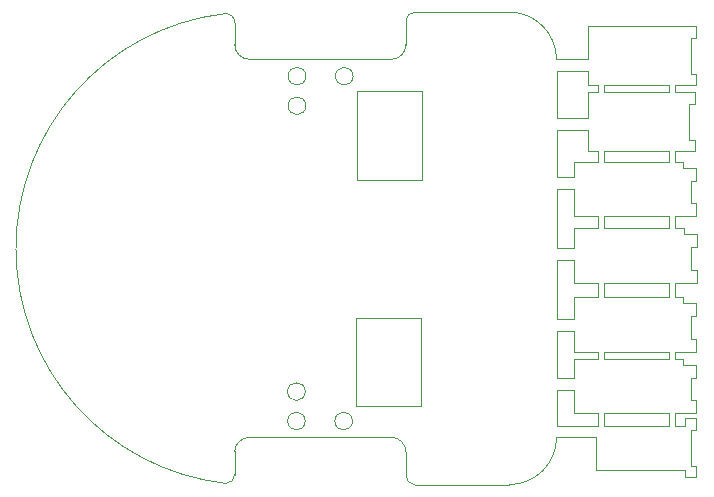
<source format=gbr>
%TF.GenerationSoftware,KiCad,Pcbnew,6.0.7-f9a2dced07~116~ubuntu20.04.1*%
%TF.CreationDate,2022-08-31T01:14:59+05:30*%
%TF.ProjectId,mushak_pcb,6d757368-616b-45f7-9063-622e6b696361,rev?*%
%TF.SameCoordinates,Original*%
%TF.FileFunction,Profile,NP*%
%FSLAX46Y46*%
G04 Gerber Fmt 4.6, Leading zero omitted, Abs format (unit mm)*
G04 Created by KiCad (PCBNEW 6.0.7-f9a2dced07~116~ubuntu20.04.1) date 2022-08-31 01:14:59*
%MOMM*%
%LPD*%
G01*
G04 APERTURE LIST*
%TA.AperFunction,Profile*%
%ADD10C,0.100000*%
%TD*%
%TA.AperFunction,Profile*%
%ADD11C,0.120000*%
%TD*%
G04 APERTURE END LIST*
D10*
X194000000Y-91000000D02*
X195500000Y-91000000D01*
X194000000Y-86000000D02*
X194000000Y-82000000D01*
X204050000Y-83800000D02*
X205750000Y-83800000D01*
X195450000Y-99900000D02*
X197550000Y-99900000D01*
X195500000Y-109000000D02*
X195500000Y-110950000D01*
X204850000Y-115800000D02*
X197350000Y-115800000D01*
X195500000Y-94300000D02*
X197550000Y-94300000D01*
X204800000Y-95800000D02*
X204800000Y-95250000D01*
X194000000Y-108000000D02*
X195500000Y-108000000D01*
X190000000Y-117000000D02*
X182000000Y-117000000D01*
X168000000Y-81000000D02*
X180000000Y-81000000D01*
X205350000Y-107950000D02*
X205350000Y-109850000D01*
X194000000Y-103000000D02*
X194000000Y-98000000D01*
X205350000Y-109850000D02*
X205850000Y-109850000D01*
X194000000Y-81000000D02*
X196650000Y-81000000D01*
X197350000Y-112000000D02*
X197550000Y-112000000D01*
X205850000Y-102750000D02*
X205850000Y-101650000D01*
X197550000Y-99900000D02*
X197550000Y-101150000D01*
X205850000Y-91300000D02*
X205850000Y-90200000D01*
X205350000Y-82200000D02*
X205350000Y-79200000D01*
X166750000Y-116150000D02*
X166750000Y-114200000D01*
X204050000Y-88800000D02*
X204050000Y-89650000D01*
X205850000Y-83200000D02*
X205850000Y-82200000D01*
X204750000Y-90200000D02*
X204750000Y-89700000D01*
X194000000Y-108000000D02*
X194000000Y-104000000D01*
X198050000Y-106350000D02*
X203550000Y-106350000D01*
X182000000Y-77000000D02*
G75*
G03*
X181250000Y-77750000I0J-750000D01*
G01*
X205900000Y-99900000D02*
X205900000Y-98800000D01*
X204750000Y-106850000D02*
X204750000Y-106350000D01*
X205850000Y-107950000D02*
X205350000Y-107950000D01*
X204050000Y-101150000D02*
X204750000Y-101150000D01*
X205350000Y-79200000D02*
X205850000Y-79200000D01*
X181250000Y-79750000D02*
X181250000Y-77750000D01*
X190000000Y-117000000D02*
G75*
G03*
X194000000Y-113000000I0J4000000D01*
G01*
X194000000Y-91975000D02*
X195500000Y-91975000D01*
X198050000Y-83200000D02*
X198050000Y-83800000D01*
X195450000Y-105750000D02*
X197550000Y-105750000D01*
X181250000Y-114250000D02*
G75*
G03*
X180000000Y-113000000I-1250000J0D01*
G01*
X196650000Y-88800000D02*
X197550000Y-88800000D01*
X204800000Y-99900000D02*
X205900000Y-99900000D01*
X204050000Y-95250000D02*
X204800000Y-95250000D01*
X204750000Y-101150000D02*
X204750000Y-101200000D01*
X203550000Y-88800000D02*
X198050000Y-88800000D01*
X205900000Y-95800000D02*
X204800000Y-95800000D01*
X197550000Y-88800000D02*
X197550000Y-89650000D01*
X205350000Y-104650000D02*
X205350000Y-102750000D01*
X205850000Y-79200000D02*
X205850000Y-78200000D01*
X194000000Y-81000000D02*
G75*
G03*
X190000000Y-77000000I-4000000J0D01*
G01*
X205850000Y-104650000D02*
X205350000Y-104650000D01*
X194000000Y-112000000D02*
X197350000Y-112000000D01*
X204050000Y-105750000D02*
X204050000Y-106350000D01*
X205850000Y-90200000D02*
X204750000Y-90200000D01*
X180000000Y-81000000D02*
G75*
G03*
X181250000Y-79750000I0J1250000D01*
G01*
X195450000Y-98000000D02*
X195450000Y-99900000D01*
X198050000Y-112000000D02*
X203550000Y-112000000D01*
X197550000Y-110950000D02*
X197550000Y-112000000D01*
X194000000Y-97000000D02*
X195450000Y-97000000D01*
X196650000Y-83800000D02*
X196650000Y-86000000D01*
X204050000Y-110950000D02*
X205850000Y-110950000D01*
X203550000Y-99900000D02*
X203550000Y-101150000D01*
X195500000Y-91975000D02*
X195500000Y-94300000D01*
X166750000Y-79750000D02*
X166750000Y-77880330D01*
X195500000Y-106350000D02*
X197550000Y-106350000D01*
X196650000Y-82000000D02*
X196650000Y-83200000D01*
X194000000Y-97000000D02*
X194000000Y-91975000D01*
X205850000Y-106850000D02*
X204750000Y-106850000D01*
X204850000Y-112000000D02*
X204850000Y-111400000D01*
X165900000Y-77130331D02*
G75*
G03*
X166000000Y-116900000I2350750J-19879049D01*
G01*
X205350000Y-112400000D02*
X205350000Y-115200000D01*
X205400000Y-98800000D02*
X205400000Y-96900000D01*
X195500000Y-106350000D02*
X195500000Y-108000000D01*
X181250000Y-116250000D02*
G75*
G03*
X182000000Y-117000000I750000J0D01*
G01*
X204850000Y-111400000D02*
X205850000Y-111400000D01*
X205850000Y-78200000D02*
X196650000Y-78200000D01*
X198050000Y-94300000D02*
X198050000Y-95250000D01*
X198050000Y-101150000D02*
X203550000Y-101150000D01*
X205900000Y-96900000D02*
X205900000Y-95800000D01*
X204050000Y-99900000D02*
X204050000Y-101150000D01*
X204050000Y-94300000D02*
X205850000Y-94300000D01*
X197550000Y-105750000D02*
X197550000Y-106350000D01*
X203550000Y-83200000D02*
X203550000Y-83800000D01*
X203550000Y-95250000D02*
X198050000Y-95250000D01*
X197550000Y-95250000D02*
X195450000Y-95250000D01*
X194000000Y-109000000D02*
X195500000Y-109000000D01*
X205350000Y-93200000D02*
X205850000Y-93200000D01*
X205850000Y-111400000D02*
X205850000Y-112400000D01*
X205850000Y-105750000D02*
X205850000Y-104650000D01*
X204050000Y-94300000D02*
X204050000Y-95250000D01*
X204850000Y-116400000D02*
X204850000Y-115800000D01*
X194000000Y-82000000D02*
X196650000Y-82000000D01*
X205250000Y-87700000D02*
X205250000Y-84800000D01*
X204050000Y-99900000D02*
X204800000Y-99900000D01*
X182000000Y-77000000D02*
X190000000Y-77000000D01*
X205850000Y-116400000D02*
X204850000Y-116400000D01*
X198050000Y-94300000D02*
X203550000Y-94300000D01*
X204050000Y-105750000D02*
X204750000Y-105750000D01*
X194000000Y-91000000D02*
X194000000Y-87000000D01*
X195450000Y-104000000D02*
X195450000Y-105750000D01*
X205750000Y-88800000D02*
X205750000Y-87800000D01*
X204050000Y-88800000D02*
X205750000Y-88800000D01*
X204750000Y-105750000D02*
X205850000Y-105750000D01*
X197350000Y-113000000D02*
X197350000Y-115800000D01*
X198050000Y-105750000D02*
X203550000Y-105750000D01*
X205850000Y-93200000D02*
X205850000Y-94300000D01*
X197550000Y-89650000D02*
X195500000Y-89650000D01*
X198050000Y-110950000D02*
X203550000Y-110950000D01*
X194000000Y-103000000D02*
X195450000Y-103000000D01*
X196650000Y-83200000D02*
X197550000Y-83200000D01*
X204050000Y-83200000D02*
X204050000Y-83800000D01*
X198050000Y-99900000D02*
X203550000Y-99900000D01*
X195450000Y-101150000D02*
X195450000Y-103000000D01*
X204750000Y-89700000D02*
X204750000Y-89650000D01*
X205350000Y-115200000D02*
X205350000Y-115400000D01*
X203550000Y-83800000D02*
X198050000Y-83800000D01*
X198050000Y-110950000D02*
X198050000Y-112000000D01*
X205900000Y-98800000D02*
X205400000Y-98800000D01*
X166000000Y-116900000D02*
G75*
G03*
X166750000Y-116150000I0J750000D01*
G01*
X205350000Y-115400000D02*
X205850000Y-115400000D01*
X205850000Y-112400000D02*
X205350000Y-112400000D01*
X204050000Y-112000000D02*
X204850000Y-112000000D01*
X203550000Y-88800000D02*
X203550000Y-89650000D01*
X194000000Y-113000000D02*
X197350000Y-113000000D01*
X203550000Y-110950000D02*
X203550000Y-112000000D01*
X204050000Y-83200000D02*
X205850000Y-83200000D01*
X203550000Y-94300000D02*
X203550000Y-95250000D01*
X198050000Y-105750000D02*
X198050000Y-106350000D01*
X204050000Y-110950000D02*
X204050000Y-112000000D01*
X205850000Y-82200000D02*
X205350000Y-82200000D01*
X205850000Y-109850000D02*
X205850000Y-110950000D01*
X195450000Y-95250000D02*
X195450000Y-97000000D01*
X204050000Y-89650000D02*
X204750000Y-89650000D01*
X204750000Y-101650000D02*
X204750000Y-101200000D01*
X198050000Y-83200000D02*
X203550000Y-83200000D01*
X194000000Y-98000000D02*
X195450000Y-98000000D01*
X194000000Y-87000000D02*
X196650000Y-87000000D01*
X204050000Y-106350000D02*
X204750000Y-106350000D01*
X205250000Y-87700000D02*
X205250000Y-87800000D01*
X197550000Y-83200000D02*
X197550000Y-83800000D01*
X205850000Y-101650000D02*
X204750000Y-101650000D01*
X181250000Y-114250000D02*
X181250000Y-116250000D01*
X197550000Y-94300000D02*
X197550000Y-95250000D01*
X205350000Y-91300000D02*
X205850000Y-91300000D01*
X203550000Y-105750000D02*
X203550000Y-106350000D01*
X196650000Y-78200000D02*
X196650000Y-81000000D01*
X195500000Y-89650000D02*
X195500000Y-91000000D01*
X205350000Y-93200000D02*
X205350000Y-91300000D01*
X197550000Y-83800000D02*
X196650000Y-83800000D01*
X205250000Y-87800000D02*
X205750000Y-87800000D01*
X195450000Y-101150000D02*
X197550000Y-101150000D01*
X198050000Y-99900000D02*
X198050000Y-101150000D01*
X205750000Y-83800000D02*
X205750000Y-84800000D01*
X168000000Y-112999960D02*
G75*
G03*
X166750000Y-114200000I0J-1251040D01*
G01*
X198050000Y-88800000D02*
X198050000Y-89650000D01*
X205250000Y-84800000D02*
X205750000Y-84800000D01*
X205850000Y-115400000D02*
X205850000Y-116400000D01*
X166749950Y-77880330D02*
G75*
G03*
X165900000Y-77130330I-755850J30D01*
G01*
X194000000Y-86000000D02*
X196650000Y-86000000D01*
X168000000Y-113000000D02*
X180000000Y-113000000D01*
X194000000Y-112000000D02*
X194000000Y-109000000D01*
X205400000Y-96900000D02*
X205900000Y-96900000D01*
X166750000Y-79750000D02*
G75*
G03*
X168000000Y-81000000I1250000J0D01*
G01*
X205350000Y-102750000D02*
X205850000Y-102750000D01*
X194000000Y-104000000D02*
X195450000Y-104000000D01*
X196650000Y-87000000D02*
X196650000Y-88800000D01*
X203550000Y-89650000D02*
X198050000Y-89650000D01*
X195500000Y-110950000D02*
X197550000Y-110950000D01*
X205850000Y-106850000D02*
X205850000Y-107950000D01*
D11*
%TO.C,M1*%
X177025000Y-110375000D02*
X177025000Y-102875000D01*
X182525000Y-102875000D02*
X182525000Y-110375000D01*
X177025000Y-102875000D02*
X182525000Y-102875000D01*
X182525000Y-110375000D02*
X177025000Y-110375000D01*
X176725000Y-111625000D02*
G75*
G03*
X176725000Y-111625000I-750000J0D01*
G01*
X172725000Y-109125000D02*
G75*
G03*
X172725000Y-109125000I-750000J0D01*
G01*
X172725000Y-111625000D02*
G75*
G03*
X172725000Y-111625000I-750000J0D01*
G01*
%TO.C,M2*%
X177075000Y-83675000D02*
X177075000Y-91175000D01*
X182575000Y-83675000D02*
X177075000Y-83675000D01*
X182575000Y-91175000D02*
X182575000Y-83675000D01*
X177075000Y-91175000D02*
X182575000Y-91175000D01*
X176775000Y-82425000D02*
G75*
G03*
X176775000Y-82425000I-750000J0D01*
G01*
X172775000Y-82425000D02*
G75*
G03*
X172775000Y-82425000I-750000J0D01*
G01*
X172775000Y-84925000D02*
G75*
G03*
X172775000Y-84925000I-750000J0D01*
G01*
%TD*%
M02*

</source>
